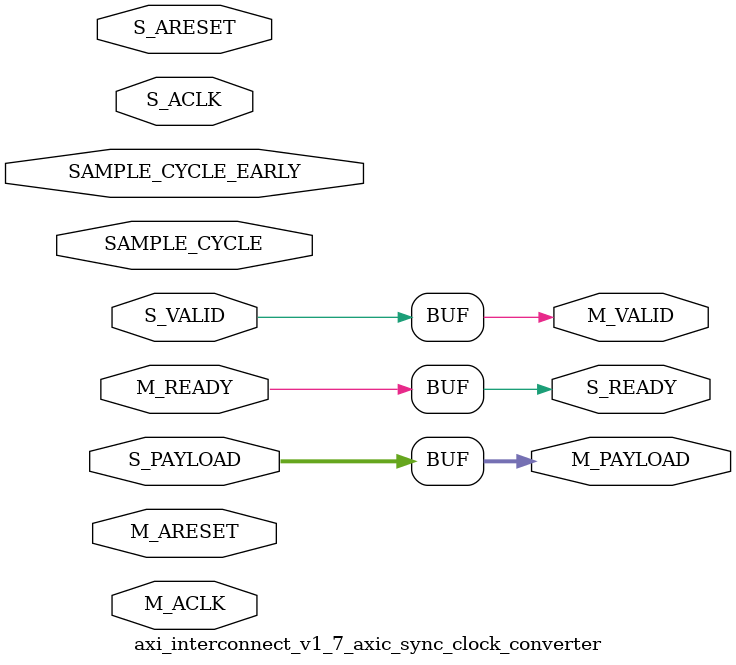
<source format=v>

`timescale 1ps/1ps
`default_nettype none

(* DowngradeIPIdentifiedWarnings="yes" *) 
module axi_interconnect_v1_7_axic_sync_clock_converter # (
///////////////////////////////////////////////////////////////////////////////
// Parameter Definitions
///////////////////////////////////////////////////////////////////////////////
  parameter C_FAMILY     = "virtex6",
  parameter integer C_PAYLOAD_WIDTH = 32,
  parameter integer C_S_ACLK_RATIO = 1,
  parameter integer C_M_ACLK_RATIO = 1 ,
  parameter integer C_MODE = 0  // 0 = light-weight (1-deep); 1 = fully-pipelined (2-deep)
  )
 (
///////////////////////////////////////////////////////////////////////////////
// Port Declarations
///////////////////////////////////////////////////////////////////////////////
  input wire                    SAMPLE_CYCLE_EARLY,
  input wire                    SAMPLE_CYCLE,
  // Slave side
  input  wire                        S_ACLK,
  input  wire                        S_ARESET,
  input  wire [C_PAYLOAD_WIDTH-1:0] S_PAYLOAD,
  input  wire                        S_VALID,
  output wire                        S_READY,

  // Master side
  input  wire                        M_ACLK,
  input  wire                        M_ARESET,
  output wire [C_PAYLOAD_WIDTH-1:0] M_PAYLOAD,
  output wire                        M_VALID,
  input  wire                        M_READY
);

////////////////////////////////////////////////////////////////////////////////
// Functions
////////////////////////////////////////////////////////////////////////////////

////////////////////////////////////////////////////////////////////////////////
// Local parameters
////////////////////////////////////////////////////////////////////////////////
localparam [1:0] ZERO = 2'b10;
localparam [1:0] ONE  = 2'b11;
localparam [1:0] TWO  = 2'b01;
localparam [1:0] INIT = 2'b00;
localparam integer P_LIGHT_WT = 0;
localparam integer P_FULLY_REG = 1;

////////////////////////////////////////////////////////////////////////////////
// Wires/Reg declarations
////////////////////////////////////////////////////////////////////////////////

////////////////////////////////////////////////////////////////////////////////
// BEGIN RTL
////////////////////////////////////////////////////////////////////////////////

generate
  if (C_S_ACLK_RATIO == C_M_ACLK_RATIO) begin : gen_passthru
    assign M_PAYLOAD = S_PAYLOAD;
    assign M_VALID   = S_VALID;
    assign S_READY   = M_READY;      
  end else begin : gen_sync_clock_converter
    wire s_sample_cycle;
    wire s_sample_cycle_early;
    wire m_sample_cycle;
    wire m_sample_cycle_early;

    wire slow_aclk;
    wire slow_areset;
    reg  s_areset_r;
    reg  m_areset_r;
   
    reg  s_tready_r; 
    wire s_tready_ns; 
    reg  m_tvalid_r; 
    wire m_tvalid_ns; 
    reg  [C_PAYLOAD_WIDTH-1:0] m_tpayload_r;
    reg  [C_PAYLOAD_WIDTH-1:0] m_tstorage_r;
    wire [C_PAYLOAD_WIDTH-1:0] m_tpayload_ns; 
    wire [C_PAYLOAD_WIDTH-1:0] m_tstorage_ns; 
    reg  m_tready_hold;
    wire m_tready_sample;
    wire load_tpayload;
    wire load_tstorage;
    wire load_tpayload_from_tstorage;
    reg [1:0] state;
    reg [1:0] next_state;
    
    always @(posedge S_ACLK) begin
      s_areset_r <= S_ARESET | M_ARESET;
    end
  
    always @(posedge M_ACLK) begin
      m_areset_r <= S_ARESET | M_ARESET;
    end

    assign slow_aclk   = (C_S_ACLK_RATIO > C_M_ACLK_RATIO) ? M_ACLK   : S_ACLK;
    assign slow_areset = (C_S_ACLK_RATIO > C_M_ACLK_RATIO) ? m_areset_r : s_areset_r;
    assign s_sample_cycle_early = (C_S_ACLK_RATIO > C_M_ACLK_RATIO) ? SAMPLE_CYCLE_EARLY : 1'b1;
    assign s_sample_cycle       = (C_S_ACLK_RATIO > C_M_ACLK_RATIO) ? SAMPLE_CYCLE : 1'b1;
    assign m_sample_cycle_early = (C_S_ACLK_RATIO > C_M_ACLK_RATIO) ? 1'b1 : SAMPLE_CYCLE_EARLY;
    assign m_sample_cycle       = (C_S_ACLK_RATIO > C_M_ACLK_RATIO) ? 1'b1 : SAMPLE_CYCLE;

    // Output flop for S_READY, value is encoded into state machine.
    assign s_tready_ns = (C_S_ACLK_RATIO > C_M_ACLK_RATIO) ? state[1] & (state != INIT) : next_state[1];

    always @(posedge S_ACLK) begin 
      if (s_areset_r) begin
        s_tready_r <= 1'b0;
      end
      else begin
        s_tready_r <= s_sample_cycle_early ? s_tready_ns : 1'b0;
      end
    end

    assign S_READY = s_tready_r;

    // Output flop for M_VALID
    assign m_tvalid_ns = next_state[0];

    always @(posedge M_ACLK) begin 
      if (m_areset_r) begin
        m_tvalid_r <= 1'b0;
      end
      else begin
        m_tvalid_r <= m_sample_cycle ? m_tvalid_ns : m_tvalid_r & ~M_READY;
      end
    end

    assign M_VALID = m_tvalid_r;

    // Hold register for M_READY when M_ACLK is fast.
    always @(posedge M_ACLK) begin 
      if (m_areset_r) begin
        m_tready_hold <= 1'b0;
      end
      else begin
        m_tready_hold <= m_sample_cycle ? 1'b0 : m_tready_sample;
      end
    end

    assign m_tready_sample = (M_READY ) | m_tready_hold;
    // Output/storage flops for PAYLOAD
    assign m_tpayload_ns = ~load_tpayload ? m_tpayload_r :
                           load_tpayload_from_tstorage ? m_tstorage_r : 
                           S_PAYLOAD;

    assign m_tstorage_ns = C_MODE ? (load_tstorage ? S_PAYLOAD : m_tstorage_r) : 0;

    always @(posedge slow_aclk) begin 
      m_tpayload_r <= m_tpayload_ns;
      m_tstorage_r <= C_MODE ? m_tstorage_ns : 0;
    end

    assign M_PAYLOAD = m_tpayload_r;

    // load logic
    assign load_tstorage = C_MODE && (state != TWO);
    assign load_tpayload = m_tready_sample || (state == ZERO);
    assign load_tpayload_from_tstorage = C_MODE && (state == TWO) && m_tready_sample;
    
    // State machine
    always @(posedge slow_aclk) begin 
      state <= next_state;
    end

    always @* begin 
      if (slow_areset) begin 
        next_state = INIT;
      end else begin
        case (state)
          INIT: begin
            next_state = ZERO;
          end
          // No transaction stored locally
          ZERO: begin
            if (S_VALID) begin
              next_state = C_MODE ? ONE : TWO; // Push from empty
            end
            else begin
              next_state = ZERO;
            end
          end

          // One transaction stored locally
          ONE: begin
            if (C_MODE == 0) begin
              next_state = TWO;  // State ONE is inaccessible when C_MODE=0
            end 
            else if (m_tready_sample & ~S_VALID) begin 
              next_state = ZERO; // Read out one so move to ZERO
            end
            else if (~m_tready_sample & S_VALID) begin
              next_state = TWO;  // Got another one so move to TWO
            end
            else begin
              next_state = ONE;
            end
          end

          // Storage registers full
          TWO: begin 
            if (m_tready_sample) begin
              next_state = C_MODE ? ONE : ZERO; // Pop from full
            end
            else begin
              next_state = TWO;
            end
          end
        endcase // case (state)
      end
    end
  end // gen_sync_clock_converter
  endgenerate
endmodule

`default_nettype wire

</source>
